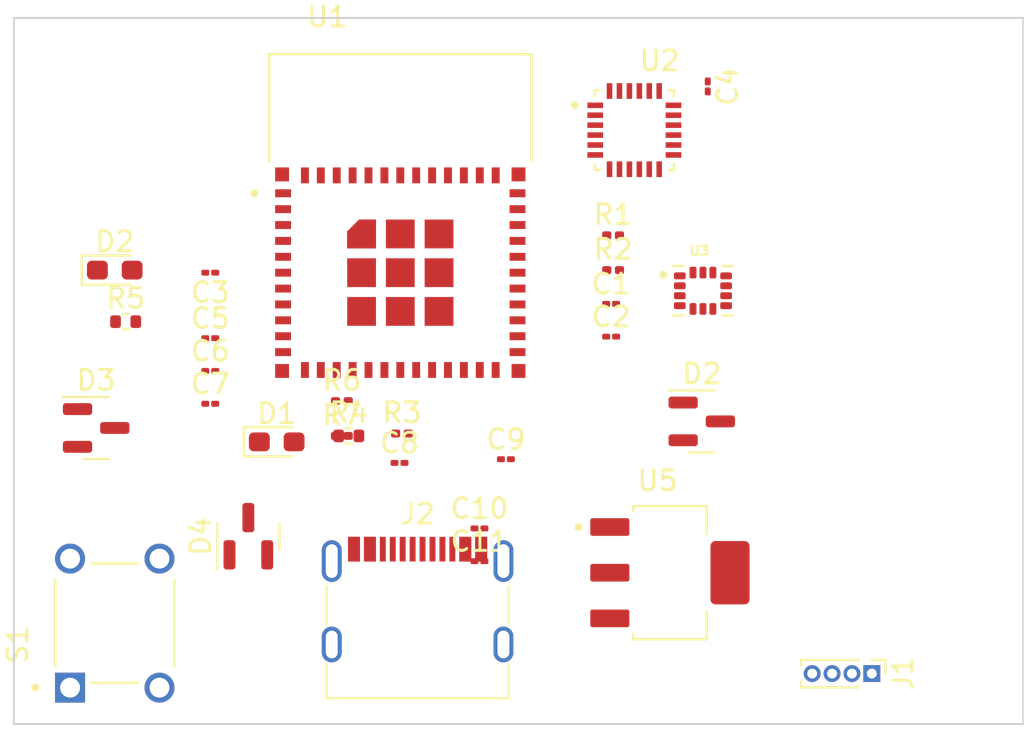
<source format=kicad_pcb>
(kicad_pcb (version 20221018) (generator pcbnew)
  (layers (0 "F.Cu" signal) (31 "B.Cu" signal) (34 "B.Paste" user) (35 "F.Paste" user) (36 "B.SilkS" user "B.Silkscreen") (37 "F.SilkS" user "F.Silkscreen") (38 "B.Mask" user) (39 "F.Mask" user) (44 "Edge.Cuts" user))
  (net 0 "")
  (net 1 "+3.3V")
  (net 2 "GND")
  (net 7 "/RST")
  (net 11 "RX")
  (net 14 "TX")
  (net 15 "SCL")
  (net 21 "Net-(D2-A)")
  (net 23 "SDA")
  (net 24 "Net-(U2-CPOUT)")
  (net 25 "+5V")
  (net 33 "Net-(U2-REGOUT)")
  (net 34 "Net-(D1-A)")
  (net 37 "INIT")
  (net 45 "CS")
  (net 51 "Net-(J2-CC2)")
  (net 52 "Net-(J2-CC1)")
  (net 53 "D+")
  (net 54 "D-")
  (net 57 "LED")
  (footprint "mpu:QFN50P400X400X95-24N" (layer "F.Cu") (at 99.81 56.45)
    (fp_text reference "U2" (at 1.27 -3.4925) (layer "F.SilkS"))
    (fp_text value "MPU-6050")
    (fp_line (start -2 -2) (end -2 -1.705) (stroke (width 0.127)) (layer "F.SilkS"))
    (fp_line (start -2 -2) (end -1.705 -2) (stroke (width 0.127)) (layer "F.SilkS"))
    (fp_line (start -2 2) (end -2 1.705) (stroke (width 0.127)) (layer "F.SilkS"))
    (fp_line (start -2 2) (end -1.705 2) (stroke (width 0.127)) (layer "F.SilkS"))
    (fp_line (start 2 -2) (end 1.705 -2) (stroke (width 0.127)) (layer "F.SilkS"))
    (fp_line (start 2 -2) (end 2 -1.705) (stroke (width 0.127)) (layer "F.SilkS"))
    (fp_line (start 2 2) (end 1.705 2) (stroke (width 0.127)) (layer "F.SilkS"))
    (fp_line (start 2 2) (end 2 1.705) (stroke (width 0.127)) (layer "F.SilkS"))
    (fp_circle (center -3 -1.25) (end -2.9 -1.25) (stroke (width 0.2)) (fill none) (layer "F.SilkS"))
    (pad "1" smd rect (at -1.97 -1.25) (size 0.79 0.28) (layers "F.Cu" "F.Paste" "F.Mask") (net 2 "GND"))
    (pad "2" smd rect (at -1.97 -0.75) (size 0.79 0.28) (layers "F.Cu" "F.Paste" "F.Mask"))
    (pad "3" smd rect (at -1.97 -0.25) (size 0.79 0.28) (layers "F.Cu" "F.Paste" "F.Mask"))
    (pad "4" smd rect (at -1.97 0.25) (size 0.79 0.28) (layers "F.Cu" "F.Paste" "F.Mask"))
    (pad "5" smd rect (at -1.97 0.75) (size 0.79 0.28) (layers "F.Cu" "F.Paste" "F.Mask"))
    (pad "6" smd rect (at -1.97 1.25) (size 0.79 0.28) (layers "F.Cu" "F.Paste" "F.Mask"))
    (pad "7" smd rect (at -1.25 1.97) (size 0.28 0.79) (layers "F.Cu" "F.Paste" "F.Mask"))
    (pad "8" smd rect (at -0.75 1.97) (size 0.28 0.79) (layers "F.Cu" "F.Paste" "F.Mask") (net 1 "+3.3V"))
    (pad "9" smd rect (at -0.25 1.97) (size 0.28 0.79) (layers "F.Cu" "F.Paste" "F.Mask") (net 2 "GND"))
    (pad "10" smd rect (at 0.25 1.97) (size 0.28 0.79) (layers "F.Cu" "F.Paste" "F.Mask") (net 33 "Net-(U2-REGOUT)"))
    (pad "11" smd rect (at 0.75 1.97) (size 0.28 0.79) (layers "F.Cu" "F.Paste" "F.Mask") (net 2 "GND"))
    (pad "12" smd rect (at 1.25 1.97) (size 0.28 0.79) (layers "F.Cu" "F.Paste" "F.Mask") (net 37 "INIT"))
    (pad "13" smd rect (at 1.97 1.25) (size 0.79 0.28) (layers "F.Cu" "F.Paste" "F.Mask") (net 1 "+3.3V"))
    (pad "14" smd rect (at 1.97 0.75) (size 0.79 0.28) (layers "F.Cu" "F.Paste" "F.Mask"))
    (pad "15" smd rect (at 1.97 0.25) (size 0.79 0.28) (layers "F.Cu" "F.Paste" "F.Mask"))
    (pad "16" smd rect (at 1.97 -0.25) (size 0.79 0.28) (layers "F.Cu" "F.Paste" "F.Mask"))
    (pad "17" smd rect (at 1.97 -0.75) (size 0.79 0.28) (layers "F.Cu" "F.Paste" "F.Mask"))
    (pad "18" smd rect (at 1.97 -1.25) (size 0.79 0.28) (layers "F.Cu" "F.Paste" "F.Mask") (net 2 "GND"))
    (pad "19" smd rect (at 1.25 -1.97) (size 0.28 0.79) (layers "F.Cu" "F.Paste" "F.Mask"))
    (pad "20" smd rect (at 0.75 -1.97) (size 0.28 0.79) (layers "F.Cu" "F.Paste" "F.Mask") (net 24 "Net-(U2-CPOUT)"))
    (pad "21" smd rect (at 0.25 -1.97) (size 0.28 0.79) (layers "F.Cu" "F.Paste" "F.Mask"))
    (pad "22" smd rect (at -0.25 -1.97) (size 0.28 0.79) (layers "F.Cu" "F.Paste" "F.Mask"))
    (pad "23" smd rect (at -0.75 -1.97) (size 0.28 0.79) (layers "F.Cu" "F.Paste" "F.Mask") (net 15 "SCL"))
    (pad "24" smd rect (at -1.25 -1.97) (size 0.28 0.79) (layers "F.Cu" "F.Paste" "F.Mask") (net 23 "SDA"))
  )
  (footprint "Resistor_SMD:R_0402_1005Metric" (layer "F.Cu") (at 74.207416 66.097157)
    (fp_text reference "R5" (at 0 -1.17) (layer "F.SilkS"))
    (fp_text value "10k")
    (fp_line (start -0.153641 -0.38) (end 0.153641 -0.38) (stroke (width 0.12)) (layer "F.SilkS"))
    (fp_line (start -0.153641 0.38) (end 0.153641 0.38) (stroke (width 0.12)) (layer "F.SilkS"))
    (pad "1" smd roundrect (at -0.51 0) (size 0.54 0.64) (layers "F.Cu" "F.Paste" "F.Mask") (net 57 "LED"))
    (pad "2" smd roundrect (at 0.51 0) (size 0.54 0.64) (layers "F.Cu" "F.Paste" "F.Mask") (net 21 "Net-(D2-A)"))
  )
  (footprint "ICM:PQFN50P300X250X97-14N" (layer "F.Cu") (at 103.261423 64.540224)
    (fp_text reference "U3" (at -0.176 -2.0048) (layer "F.SilkS") (effects (font (size 0.48 0.48) (thickness 0.12))))
    (fp_text value "ICM-42688-P")
    (fp_line (start -1.5 -1.25) (end -0.99 -1.25) (stroke (width 0.127)) (layer "F.SilkS"))
    (fp_line (start -1.5 1.25) (end -0.99 1.25) (stroke (width 0.127)) (layer "F.SilkS"))
    (fp_line (start 0.99 -1.25) (end 1.5 -1.25) (stroke (width 0.127)) (layer "F.SilkS"))
    (fp_line (start 1.5 1.25) (end 0.99 1.25) (stroke (width 0.127)) (layer "F.SilkS"))
    (fp_circle (center -2 -0.8) (end -1.9 -0.8) (stroke (width 0.2)) (fill none) (layer "F.SilkS"))
    (pad "1" smd roundrect (at -1.165 -0.75) (size 0.59 0.35) (layers "F.Cu" "F.Paste"))
    (pad "2" smd roundrect (at -1.165 -0.25) (size 0.59 0.35) (layers "F.Cu" "F.Paste"))
    (pad "3" smd roundrect (at -1.165 0.25) (size 0.59 0.35) (layers "F.Cu" "F.Paste"))
    (pad "4" smd roundrect (at -1.165 0.75) (size 0.59 0.35) (layers "F.Cu" "F.Paste"))
    (pad "5" smd roundrect (at -0.5 0.915 90) (size 0.59 0.35) (layers "F.Cu" "F.Paste") (net 1 "+3.3V"))
    (pad "6" smd roundrect (at 0 0.915 90) (size 0.59 0.35) (layers "F.Cu" "F.Paste") (net 2 "GND"))
    (pad "7" smd roundrect (at 0.5 0.915 90) (size 0.59 0.35) (layers "F.Cu" "F.Paste") (net 2 "GND"))
    (pad "8" smd roundrect (at 1.165 0.75 180) (size 0.59 0.35) (layers "F.Cu" "F.Paste") (net 1 "+3.3V"))
    (pad "9" smd roundrect (at 1.165 0.25 180) (size 0.59 0.35) (layers "F.Cu" "F.Paste") (net 2 "GND"))
    (pad "10" smd roundrect (at 1.165 -0.25 180) (size 0.59 0.35) (layers "F.Cu" "F.Paste"))
    (pad "11" smd roundrect (at 1.165 -0.75 180) (size 0.59 0.35) (layers "F.Cu" "F.Paste") (net 2 "GND"))
    (pad "12" smd roundrect (at 0.5 -0.915 270) (size 0.59 0.35) (layers "F.Cu" "F.Paste") (net 45 "CS"))
    (pad "13" smd roundrect (at 0 -0.915 270) (size 0.59 0.35) (layers "F.Cu" "F.Paste") (net 15 "SCL"))
    (pad "14" smd roundrect (at -0.5 -0.915 270) (size 0.59 0.35) (layers "F.Cu" "F.Paste") (net 23 "SDA"))
  )
  (footprint "LED_SMD:LED_0603_1608Metric_Pad1.05x0.95mm_HandSolder" (layer "F.Cu") (at 73.66 63.5)
    (fp_text reference "D2" (at 0 -1.43) (layer "F.SilkS"))
    (fp_text value "Status Led")
    (fp_line (start -1.66 -0.735) (end -1.66 0.735) (stroke (width 0.12)) (layer "F.SilkS"))
    (fp_line (start -1.66 0.735) (end 0.8 0.735) (stroke (width 0.12)) (layer "F.SilkS"))
    (fp_line (start 0.8 -0.735) (end -1.66 -0.735) (stroke (width 0.12)) (layer "F.SilkS"))
    (pad "1" smd roundrect (at -0.875 0) (size 1.05 0.95) (layers "F.Cu" "F.Paste" "F.Mask") (net 2 "GND"))
    (pad "2" smd roundrect (at 0.875 0) (size 1.05 0.95) (layers "F.Cu" "F.Paste" "F.Mask") (net 21 "Net-(D2-A)"))
  )
  (footprint "Resistor_SMD:R_0201_0603Metric" (layer "F.Cu") (at 85.09 71.85)
    (fp_text reference "R7" (at 0 -1.05) (layer "F.SilkS"))
    (fp_text value "4.7k")
    (pad "1" smd roundrect (at -0.32 0) (size 0.46 0.4) (layers "F.Cu" "F.Mask") (net 2 "GND"))
    (pad "2" smd roundrect (at 0.32 0) (size 0.46 0.4) (layers "F.Cu" "F.Mask") (net 52 "Net-(J2-CC1)"))
  )
  (footprint "Capacitor_SMD:C_01005_0402Metric" (layer "F.Cu") (at 98.64 66.85)
    (fp_text reference "C2" (at 0 -1) (layer "F.SilkS"))
    (fp_text value "0.1uF")
    (pad "1" smd roundrect (at -0.25 0) (size 0.4 0.3) (layers "F.Cu" "F.Mask") (net 1 "+3.3V"))
    (pad "2" smd roundrect (at 0.25 0) (size 0.4 0.3) (layers "F.Cu" "F.Mask") (net 2 "GND"))
  )
  (footprint "Capacitor_SMD:C_01005_0402Metric" (layer "F.Cu") (at 103.505 54.25 -90)
    (fp_text reference "C4" (at 0 -1 -270) (layer "F.SilkS"))
    (fp_text value "2.2nF")
    (pad "1" smd roundrect (at -0.25 0 270) (size 0.4 0.3) (layers "F.Cu" "F.Mask") (net 24 "Net-(U2-CPOUT)"))
    (pad "2" smd roundrect (at 0.25 0 270) (size 0.4 0.3) (layers "F.Cu" "F.Mask") (net 2 "GND"))
  )
  (footprint "Package_TO_SOT_SMD:SOT-23" (layer "F.Cu") (at 80.38283 76.902857 90)
    (fp_text reference "D4" (at 0 -2.4 90) (layer "F.SilkS"))
    (fp_text value "SP0502BAHT")
    (fp_line (start 0 -1.56) (end -1.675 -1.56) (stroke (width 0.12)) (layer "F.SilkS"))
    (fp_line (start 0 -1.56) (end 0.65 -1.56) (stroke (width 0.12)) (layer "F.SilkS"))
    (fp_line (start 0 1.56) (end -0.65 1.56) (stroke (width 0.12)) (layer "F.SilkS"))
    (fp_line (start 0 1.56) (end 0.65 1.56) (stroke (width 0.12)) (layer "F.SilkS"))
    (pad "1" smd roundrect (at -0.9375 -0.95 90) (size 1.475 0.6) (layers "F.Cu" "F.Paste" "F.Mask") (net 53 "D+"))
    (pad "2" smd roundrect (at -0.9375 0.95 90) (size 1.475 0.6) (layers "F.Cu" "F.Paste" "F.Mask") (net 54 "D-"))
    (pad "3" smd roundrect (at 0.9375 0 90) (size 1.475 0.6) (layers "F.Cu" "F.Paste" "F.Mask") (net 2 "GND"))
  )
  (footprint "Connector_USB:USB_C_Receptacle_G-Switch_GT-USB-7010ASV" (layer "F.Cu") (at 88.9 81.28)
    (fp_text reference "J2" (at 0 -5.5) (layer "F.SilkS"))
    (fp_text value "USB_C_Receptacle_USB2.0")
    (fp_line (start -4.58 -1.85) (end -4.58 0.07) (stroke (width 0.12)) (layer "F.SilkS"))
    (fp_line (start -4.58 3.785) (end -4.58 2.08) (stroke (width 0.12)) (layer "F.SilkS"))
    (fp_line (start 4.58 0.07) (end 4.58 -1.85) (stroke (width 0.12)) (layer "F.SilkS"))
    (fp_line (start 4.58 2.08) (end 4.58 3.785) (stroke (width 0.12)) (layer "F.SilkS"))
    (fp_line (start 4.58 3.785) (end -4.58 3.785) (stroke (width 0.12)) (layer "F.SilkS"))
    (pad "" np_thru_hole circle (at -2.89 -2.605) (size 0.65 0.65) (drill 0.65) (layers "*.Cu" "*.Mask"))
    (pad "" np_thru_hole circle (at 2.89 -2.605) (size 0.65 0.65) (drill 0.65) (layers "*.Cu" "*.Mask"))
    (pad "A1" smd rect (at -3.2 -3.725) (size 0.6 1.24) (layers "F.Cu" "F.Paste" "F.Mask") (net 2 "GND"))
    (pad "A4" smd rect (at -2.4 -3.725) (size 0.6 1.24) (layers "F.Cu" "F.Paste" "F.Mask") (net 25 "+5V"))
    (pad "A5" smd rect (at -1.25 -3.725) (size 0.3 1.24) (layers "F.Cu" "F.Paste" "F.Mask") (net 52 "Net-(J2-CC1)"))
    (pad "A6" smd rect (at -0.25 -3.725) (size 0.3 1.24) (layers "F.Cu" "F.Paste" "F.Mask") (net 53 "D+"))
    (pad "A7" smd rect (at 0.25 -3.725) (size 0.3 1.24) (layers "F.Cu" "F.Paste" "F.Mask") (net 54 "D-"))
    (pad "A8" smd rect (at 1.25 -3.725) (size 0.3 1.24) (layers "F.Cu" "F.Paste" "F.Mask"))
    (pad "A9" smd rect (at 2.4 -3.725) (size 0.6 1.24) (layers "F.Cu" "F.Paste" "F.Mask") (net 25 "+5V"))
    (pad "A12" smd rect (at 3.2 -3.725) (size 0.6 1.24) (layers "F.Cu" "F.Paste" "F.Mask") (net 2 "GND"))
    (pad "B1" smd rect (at 3.2 -3.725) (size 0.6 1.24) (layers "F.Cu" "F.Paste" "F.Mask") (net 2 "GND"))
    (pad "B4" smd rect (at 2.4 -3.725) (size 0.6 1.24) (layers "F.Cu" "F.Paste" "F.Mask") (net 25 "+5V"))
    (pad "B5" smd rect (at 1.75 -3.725) (size 0.3 1.24) (layers "F.Cu" "F.Paste" "F.Mask") (net 51 "Net-(J2-CC2)"))
    (pad "B6" smd rect (at 0.75 -3.725) (size 0.3 1.24) (layers "F.Cu" "F.Paste" "F.Mask") (net 53 "D+"))
    (pad "B7" smd rect (at -0.75 -3.725) (size 0.3 1.24) (layers "F.Cu" "F.Paste" "F.Mask") (net 54 "D-"))
    (pad "B8" smd rect (at -1.75 -3.725) (size 0.3 1.24) (layers "F.Cu" "F.Paste" "F.Mask"))
    (pad "B9" smd rect (at -2.4 -3.725) (size 0.6 1.24) (layers "F.Cu" "F.Paste" "F.Mask") (net 25 "+5V"))
    (pad "B12" smd rect (at -3.2 -3.725) (size 0.6 1.24) (layers "F.Cu" "F.Paste" "F.Mask") (net 2 "GND"))
    (pad "S1" thru_hole oval (at -4.32 -3.125) (size 1 2.1) (drill oval 0.6 1.7) (layers "*.Cu" "*.Mask") (net 2 "GND"))
    (pad "S1" thru_hole oval (at -4.32 1.075) (size 1 1.8) (drill oval 0.6 1.4) (layers "*.Cu" "*.Mask") (net 2 "GND"))
    (pad "S1" thru_hole oval (at 4.32 -3.125) (size 1 2.1) (drill oval 0.6 1.7) (layers "*.Cu" "*.Mask") (net 2 "GND"))
    (pad "S1" thru_hole oval (at 4.32 1.075) (size 1 1.8) (drill oval 0.6 1.4) (layers "*.Cu" "*.Mask") (net 2 "GND"))
  )
  (footprint "Capacitor_SMD:C_01005_0402Metric" (layer "F.Cu") (at 98.64 65.2)
    (fp_text reference "C1" (at 0 -1) (layer "F.SilkS"))
    (fp_text value "10uF")
    (pad "1" smd roundrect (at -0.25 0) (size 0.4 0.3) (layers "F.Cu" "F.Mask") (net 1 "+3.3V"))
    (pad "2" smd roundrect (at 0.25 0) (size 0.4 0.3) (layers "F.Cu" "F.Mask") (net 2 "GND"))
  )
  (footprint "Capacitor_SMD:C_01005_0402Metric" (layer "F.Cu") (at 92.0125 78.16)
    (fp_text reference "C11" (at 0 -1) (layer "F.SilkS"))
    (fp_text value "10uF")
    (pad "1" smd roundrect (at -0.25 0) (size 0.4 0.3) (layers "F.Cu" "F.Mask") (net 1 "+3.3V"))
    (pad "2" smd roundrect (at 0.25 0) (size 0.4 0.3) (layers "F.Cu" "F.Mask") (net 2 "GND"))
  )
  (footprint "Capacitor_SMD:C_01005_0402Metric" (layer "F.Cu") (at 87.99 73.21)
    (fp_text reference "C8" (at 0 -1) (layer "F.SilkS"))
    (fp_text value "0.1uF")
    (pad "1" smd roundrect (at -0.25 0) (size 0.4 0.3) (layers "F.Cu" "F.Mask") (net 1 "+3.3V"))
    (pad "2" smd roundrect (at 0.25 0) (size 0.4 0.3) (layers "F.Cu" "F.Mask") (net 2 "GND"))
  )
  (footprint "Resistor_SMD:R_0201_0603Metric" (layer "F.Cu") (at 88.115 71.73)
    (fp_text reference "R3" (at 0 -1.05) (layer "F.SilkS"))
    (fp_text value "10k")
    (pad "1" smd roundrect (at -0.32 0) (size 0.46 0.4) (layers "F.Cu" "F.Mask") (net 1 "+3.3V"))
    (pad "2" smd roundrect (at 0.32 0) (size 0.46 0.4) (layers "F.Cu" "F.Mask") (net 7 "/RST"))
  )
  (footprint "button:SW_TS02-66-95-BK-260-LCR-D" (layer "F.Cu") (at 73.66 81.28 90)
    (fp_text reference "S1" (at -1.079 -4.889 90) (layer "F.SilkS"))
    (fp_text value "TS02-66-95-BK-260-LCR-D")
    (fp_line (start -3 -1.176) (end -3 1.176) (stroke (width 0.127)) (layer "F.SilkS"))
    (fp_line (start -2.176 -3) (end 2.176 -3) (stroke (width 0.127)) (layer "F.SilkS"))
    (fp_line (start -2.176 3) (end 2.176 3) (stroke (width 0.127)) (layer "F.SilkS"))
    (fp_line (start 3 -1.176) (end 3 1.176) (stroke (width 0.127)) (layer "F.SilkS"))
    (fp_circle (center -3.25 -4.004) (end -3.15 -4.004) (stroke (width 0.2)) (fill none) (layer "F.SilkS"))
    (pad "1" thru_hole rect (at -3.25 -2.25 90) (size 1.508 1.508) (drill 1) (layers "*.Cu" "*.Mask") (net 7 "/RST"))
    (pad "2" thru_hole circle (at 3.25 -2.25 90) (size 1.508 1.508) (drill 1) (layers "*.Cu" "*.Mask") (net 7 "/RST"))
    (pad "3" thru_hole circle (at -3.25 2.25 90) (size 1.508 1.508) (drill 1) (layers "*.Cu" "*.Mask") (net 2 "GND"))
    (pad "4" thru_hole circle (at 3.25 2.25 90) (size 1.508 1.508) (drill 1) (layers "*.Cu" "*.Mask") (net 2 "GND"))
  )
  (footprint "Resistor_SMD:R_0201_0603Metric" (layer "F.Cu") (at 85.09 70.1)
    (fp_text reference "R6" (at 0 -1.05) (layer "F.SilkS"))
    (fp_text value "4.7k")
    (pad "1" smd roundrect (at -0.32 0) (size 0.46 0.4) (layers "F.Cu" "F.Mask") (net 2 "GND"))
    (pad "2" smd roundrect (at 0.32 0) (size 0.46 0.4) (layers "F.Cu" "F.Mask") (net 51 "Net-(J2-CC2)"))
  )
  (footprint "Resistor_SMD:R_0402_1005Metric" (layer "F.Cu") (at 85.435 71.85)
    (fp_text reference "R4" (at 0 -1.17) (layer "F.SilkS"))
    (fp_text value "10k")
    (fp_line (start -0.153641 -0.38) (end 0.153641 -0.38) (stroke (width 0.12)) (layer "F.SilkS"))
    (fp_line (start -0.153641 0.38) (end 0.153641 0.38) (stroke (width 0.12)) (layer "F.SilkS"))
    (pad "1" smd roundrect (at -0.51 0) (size 0.54 0.64) (layers "F.Cu" "F.Paste" "F.Mask") (net 1 "+3.3V"))
    (pad "2" smd roundrect (at 0.51 0) (size 0.54 0.64) (layers "F.Cu" "F.Paste" "F.Mask") (net 34 "Net-(D1-A)"))
  )
  (footprint "esp 32:MODULE_ESP32-PICO-MINI-02" (layer "F.Cu") (at 88.03 63.63)
    (fp_text reference "U1" (at -3.675 -12.885) (layer "F.SilkS"))
    (fp_text value "ESP32-PICO-MINI-02")
    (fp_line (start -6.6 -11) (end 6.6 -11) (stroke (width 0.127)) (layer "F.SilkS"))
    (fp_line (start -6.6 -5.6) (end -6.6 -11) (stroke (width 0.127)) (layer "F.SilkS"))
    (fp_line (start 6.6 -11) (end 6.6 -5.6) (stroke (width 0.127)) (layer "F.SilkS"))
    (fp_circle (center -7.35 -4) (end -7.25 -4) (stroke (width 0.2)) (fill none) (layer "F.SilkS"))
    (pad "1" smd rect (at -5.9 -4) (size 0.8 0.4) (layers "F.Cu" "F.Paste" "F.Mask") (net 2 "GND"))
    (pad "2" smd rect (at -5.9 -3.2) (size 0.8 0.4) (layers "F.Cu" "F.Paste" "F.Mask") (net 2 "GND"))
    (pad "3" smd rect (at -5.9 -2.4) (size 0.8 0.4) (layers "F.Cu" "F.Paste" "F.Mask") (net 1 "+3.3V"))
    (pad "4" smd rect (at -5.9 -1.6) (size 0.8 0.4) (layers "F.Cu" "F.Paste" "F.Mask"))
    (pad "5" smd rect (at -5.9 -0.8) (size 0.8 0.4) (layers "F.Cu" "F.Paste" "F.Mask"))
    (pad "6" smd rect (at -5.9 0) (size 0.8 0.4) (layers "F.Cu" "F.Paste" "F.Mask"))
    (pad "7" smd rect (at -5.9 0.8) (size 0.8 0.4) (layers "F.Cu" "F.Paste" "F.Mask"))
    (pad "8" smd rect (at -5.9 1.6) (size 0.8 0.4) (layers "F.Cu" "F.Paste" "F.Mask") (net 7 "/RST"))
    (pad "9" smd rect (at -5.9 2.4) (size 0.8 0.4) (layers "F.Cu" "F.Paste" "F.Mask"))
    (pad "10" smd rect (at -5.9 3.2) (size 0.8 0.4) (layers "F.Cu" "F.Paste" "F.Mask"))
    (pad "11" smd rect (at -5.9 4) (size 0.8 0.4) (layers "F.Cu" "F.Paste" "F.Mask") (net 2 "GND"))
    (pad "12" smd rect (at -4.8 4.9) (size 0.4 0.8) (layers "F.Cu" "F.Paste" "F.Mask") (net 57 "LED"))
    (pad "13" smd rect (at -4 4.9) (size 0.4 0.8) (layers "F.Cu" "F.Paste" "F.Mask"))
    (pad "14" smd rect (at -3.2 4.9) (size 0.4 0.8) (layers "F.Cu" "F.Paste" "F.Mask") (net 2 "GND"))
    (pad "15" smd rect (at -2.4 4.9) (size 0.4 0.8) (layers "F.Cu" "F.Paste" "F.Mask") (net 15 "SCL"))
    (pad "16" smd rect (at -1.6 4.9) (size 0.4 0.8) (layers "F.Cu" "F.Paste" "F.Mask") (net 37 "INIT"))
    (pad "17" smd rect (at -0.8 4.9) (size 0.4 0.8) (layers "F.Cu" "F.Paste" "F.Mask") (net 45 "CS"))
    (pad "18" smd rect (at 0 4.9) (size 0.4 0.8) (layers "F.Cu" "F.Paste" "F.Mask"))
    (pad "19" smd rect (at 0.8 4.9) (size 0.4 0.8) (layers "F.Cu" "F.Paste" "F.Mask"))
    (pad "20" smd rect (at 1.6 4.9) (size 0.4 0.8) (layers "F.Cu" "F.Paste" "F.Mask"))
    (pad "21" smd rect (at 2.4 4.9) (size 0.4 0.8) (layers "F.Cu" "F.Paste" "F.Mask"))
    (pad "22" smd rect (at 3.2 4.9) (size 0.4 0.8) (layers "F.Cu" "F.Paste" "F.Mask"))
    (pad "23" smd rect (at 4 4.9) (size 0.4 0.8) (layers "F.Cu" "F.Paste" "F.Mask"))
    (pad "24" smd rect (at 4.8 4.9) (size 0.4 0.8) (layers "F.Cu" "F.Paste" "F.Mask"))
    (pad "25" smd rect (at 5.9 4) (size 0.8 0.4) (layers "F.Cu" "F.Paste" "F.Mask"))
    (pad "26" smd rect (at 5.9 3.2) (size 0.8 0.4) (layers "F.Cu" "F.Paste" "F.Mask"))
    (pad "27" smd rect (at 5.9 2.4) (size 0.8 0.4) (layers "F.Cu" "F.Paste" "F.Mask"))
    (pad "28" smd rect (at 5.9 1.6) (size 0.8 0.4) (layers "F.Cu" "F.Paste" "F.Mask"))
    (pad "29" smd rect (at 5.9 0.8) (size 0.8 0.4) (layers "F.Cu" "F.Paste" "F.Mask"))
    (pad "30" smd rect (at 5.9 0) (size 0.8 0.4) (layers "F.Cu" "F.Paste" "F.Mask") (net 11 "RX"))
    (pad "31" smd rect (at 5.9 -0.8) (size 0.8 0.4) (layers "F.Cu" "F.Paste" "F.Mask") (net 14 "TX"))
    (pad "32" smd rect (at 5.9 -1.6) (size 0.8 0.4) (layers "F.Cu" "F.Paste" "F.Mask"))
    (pad "33" smd rect (at 5.9 -2.4) (size 0.8 0.4) (layers "F.Cu" "F.Paste" "F.Mask"))
    (pad "34" smd rect (at 5.9 -3.2) (size 0.8 0.4) (layers "F.Cu" "F.Paste" "F.Mask") (net 23 "SDA"))
    (pad "35" smd rect (at 5.9 -4) (size 0.8 0.4) (layers "F.Cu" "F.Paste" "F.Mask"))
    (pad "36" smd rect (at 4.8 -4.9) (size 0.4 0.8) (layers "F.Cu" "F.Paste" "F.Mask") (net 2 "GND"))
    (pad "37" smd rect (at 4 -4.9) (size 0.4 0.8) (layers "F.Cu" "F.Paste" "F.Mask") (net 2 "GND"))
    (pad "38" smd rect (at 3.2 -4.9) (size 0.4 0.8) (layers "F.Cu" "F.Paste" "F.Mask") (net 2 "GND"))
    (pad "39" smd rect (at 2.4 -4.9) (size 0.4 0.8) (layers "F.Cu" "F.Paste" "F.Mask") (net 2 "GND"))
    (pad "40" smd rect (at 1.6 -4.9) (size 0.4 0.8) (layers "F.Cu" "F.Paste" "F.Mask") (net 2 "GND"))
    (pad "41" smd rect (at 0.8 -4.9) (size 0.4 0.8) (layers "F.Cu" "F.Paste" "F.Mask") (net 2 "GND"))
    (pad "42" smd rect (at 0 -4.9) (size 0.4 0.8) (layers "F.Cu" "F.Paste" "F.Mask") (net 2 "GND"))
    (pad "43" smd rect (at -0.8 -4.9) (size 0.4 0.8) (layers "F.Cu" "F.Paste" "F.Mask") (net 2 "GND"))
    (pad "44" smd rect (at -1.6 -4.9) (size 0.4 0.8) (layers "F.Cu" "F.Paste" "F.Mask") (net 2 "GND"))
    (pad "45" smd rect (at -2.4 -4.9) (size 0.4 0.8) (layers "F.Cu" "F.Paste" "F.Mask") (net 2 "GND"))
    (pad "46" smd rect (at -3.2 -4.9) (size 0.4 0.8) (layers "F.Cu" "F.Paste" "F.Mask") (net 2 "GND"))
    (pad "47" smd rect (at -4 -4.9) (size 0.4 0.8) (layers "F.Cu" "F.Paste" "F.Mask") (net 2 "GND"))
    (pad "48" smd rect (at -4.8 -4.9) (size 0.4 0.8) (layers "F.Cu" "F.Paste" "F.Mask") (net 2 "GND"))
    (pad "49" smd rect (at 0 0) (size 1.45 1.45) (layers "F.Cu" "F.Paste" "F.Mask") (net 2 "GND"))
    (pad "50" smd rect (at 5.95 -4.95) (size 0.7 0.7) (layers "F.Cu" "F.Paste" "F.Mask") (net 2 "GND"))
    (pad "51" smd rect (at 5.95 4.95) (size 0.7 0.7) (layers "F.Cu" "F.Paste" "F.Mask") (net 2 "GND"))
    (pad "52" smd rect (at -5.95 4.95) (size 0.7 0.7) (layers "F.Cu" "F.Paste" "F.Mask") (net 2 "GND"))
    (pad "53" smd rect (at -5.95 -4.95) (size 0.7 0.7) (layers "F.Cu" "F.Paste" "F.Mask") (net 2 "GND"))
    (pad "54" smd rect (at -1.95 0) (size 1.45 1.45) (layers "F.Cu" "F.Paste" "F.Mask") (net 2 "GND"))
    (pad "55" smd rect (at -1.95 1.95) (size 1.45 1.45) (layers "F.Cu" "F.Paste" "F.Mask") (net 2 "GND"))
    (pad "56" smd rect (at 0 1.95) (size 1.45 1.45) (layers "F.Cu" "F.Paste" "F.Mask") (net 2 "GND"))
    (pad "57" smd rect (at 1.95 1.95) (size 1.45 1.45) (layers "F.Cu" "F.Paste" "F.Mask") (net 2 "GND"))
    (pad "58" smd rect (at 1.95 0) (size 1.45 1.45) (layers "F.Cu" "F.Paste" "F.Mask") (net 2 "GND"))
    (pad "59" smd rect (at 1.95 -1.95) (size 1.45 1.45) (layers "F.Cu" "F.Paste" "F.Mask") (net 2 "GND"))
    (pad "60" smd rect (at 0 -1.95) (size 1.45 1.45) (layers "F.Cu" "F.Paste" "F.Mask") (net 2 "GND"))
    (pad "61" smd custom (at -1.95 -1.95) (size 0.5 0.5) (layers "F.Cu") (net 2 "GND") (options (clearance outline) (anchor rect)) (primitives (gr_poly (pts (xy 0.725 0.725) (xy 0.725 -0.725) (xy -0.125 -0.725) (xy -0.725 -0.125) (xy -0.725 0.725)) (width 0.01) (fill yes))))
  )
  (footprint "ADP3338:SOT230P700X180-4N" (layer "F.Cu") (at 101.6 78.74)
    (fp_text reference "U5" (at -0.625 -4.635) (layer "F.SilkS"))
    (fp_text value "ADP3338AKCZ-1.8-R7")
    (fp_line (start -1.85 -3.35) (end -1.85 -3.1) (stroke (width 0.127)) (layer "F.SilkS"))
    (fp_line (start -1.85 3.35) (end -1.85 3.1) (stroke (width 0.127)) (layer "F.SilkS"))
    (fp_line (start 1.85 -3.35) (end -1.85 -3.35) (stroke (width 0.127)) (layer "F.SilkS"))
    (fp_line (start 1.85 -1.95) (end 1.85 -3.35) (stroke (width 0.127)) (layer "F.SilkS"))
    (fp_line (start 1.85 1.95) (end 1.85 3.35) (stroke (width 0.127)) (layer "F.SilkS"))
    (fp_line (start 1.85 3.35) (end -1.85 3.35) (stroke (width 0.127)) (layer "F.SilkS"))
    (fp_circle (center -4.6 -2.3) (end -4.5 -2.3) (stroke (width 0.2)) (fill none) (layer "F.SilkS"))
    (pad "1" smd roundrect (at -3.025 -2.3) (size 1.97 0.89) (layers "F.Cu" "F.Paste" "F.Mask") (roundrect_rratio 0.125) (net 2 "GND"))
    (pad "2" smd roundrect (at -3.025 0) (size 1.97 0.89) (layers "F.Cu" "F.Paste" "F.Mask") (roundrect_rratio 0.125) (net 1 "+3.3V"))
    (pad "3" smd roundrect (at -3.025 2.3) (size 1.97 0.89) (layers "F.Cu" "F.Paste" "F.Mask") (roundrect_rratio 0.125) (net 25 "+5V"))
    (pad "4" smd roundrect (at 3.025 0) (size 1.97 3.19) (layers "F.Cu" "F.Paste" "F.Mask") (roundrect_rratio 0.125) (net 1 "+3.3V"))
  )
  (footprint "Connector_PinHeader_1.00mm:PinHeader_1x04_P1.00mm_Vertical" (layer "F.Cu") (at 111.76 83.82 -90)
    (fp_text reference "J1" (at 0 -1.56 90) (layer "F.SilkS"))
    (fp_text value "Conn_01x04_Pin")
    (fp_line (start -0.695 -0.685) (end 0 -0.685) (stroke (width 0.12)) (layer "F.SilkS"))
    (fp_line (start -0.695 0) (end -0.695 -0.685) (stroke (width 0.12)) (layer "F.SilkS"))
    (fp_line (start -0.695 0.685) (end -0.695 3.56) (stroke (width 0.12)) (layer "F.SilkS"))
    (fp_line (start -0.695 0.685) (end -0.608276 0.685) (stroke (width 0.12)) (layer "F.SilkS"))
    (fp_line (start -0.695 3.56) (end -0.394493 3.56) (stroke (width 0.12)) (layer "F.SilkS"))
    (fp_line (start 0.394493 3.56) (end 0.695 3.56) (stroke (width 0.12)) (layer "F.SilkS"))
    (fp_line (start 0.608276 0.685) (end 0.695 0.685) (stroke (width 0.12)) (layer "F.SilkS"))
    (fp_line (start 0.695 0.685) (end 0.695 3.56) (stroke (width 0.12)) (layer "F.SilkS"))
    (pad "1" thru_hole rect (at 0 0 270) (size 0.85 0.85) (drill 0.5) (layers "*.Cu" "*.Mask") (net 1 "+3.3V"))
    (pad "2" thru_hole oval (at 0 1 270) (size 0.85 0.85) (drill 0.5) (layers "*.Cu" "*.Mask") (net 11 "RX"))
    (pad "3" thru_hole oval (at 0 2 270) (size 0.85 0.85) (drill 0.5) (layers "*.Cu" "*.Mask") (net 14 "TX"))
    (pad "4" thru_hole oval (at 0 3 270) (size 0.85 0.85) (drill 0.5) (layers "*.Cu" "*.Mask") (net 2 "GND"))
  )
  (footprint "Capacitor_SMD:C_01005_0402Metric" (layer "F.Cu") (at 78.465 63.63 180)
    (fp_text reference "C3" (at 0 -1) (layer "F.SilkS"))
    (fp_text value "0.1uF")
    (pad "1" smd roundrect (at -0.25 0 180) (size 0.4 0.3) (layers "F.Cu" "F.Mask") (net 7 "/RST"))
    (pad "2" smd roundrect (at 0.25 0 180) (size 0.4 0.3) (layers "F.Cu" "F.Mask") (net 2 "GND"))
  )
  (footprint "Capacitor_SMD:C_01005_0402Metric" (layer "F.Cu") (at 78.465 70.23)
    (fp_text reference "C7" (at 0 -1) (layer "F.SilkS"))
    (fp_text value "10nF")
    (pad "1" smd roundrect (at -0.25 0) (size 0.4 0.3) (layers "F.Cu" "F.Mask") (net 2 "GND"))
    (pad "2" smd roundrect (at 0.25 0) (size 0.4 0.3) (layers "F.Cu" "F.Mask") (net 1 "+3.3V"))
  )
  (footprint "Capacitor_SMD:C_01005_0402Metric" (layer "F.Cu") (at 93.345 73.025)
    (fp_text reference "C9" (at 0 -1) (layer "F.SilkS"))
    (fp_text value "0.1uF")
    (pad "1" smd roundrect (at -0.25 0) (size 0.4 0.3) (layers "F.Cu" "F.Mask") (net 1 "+3.3V"))
    (pad "2" smd roundrect (at 0.25 0) (size 0.4 0.3) (layers "F.Cu" "F.Mask") (net 2 "GND"))
  )
  (footprint "Capacitor_SMD:C_01005_0402Metric" (layer "F.Cu") (at 78.465 68.58)
    (fp_text reference "C6" (at 0 -1) (layer "F.SilkS"))
    (fp_text value "0.1uF")
    (pad "1" smd roundrect (at -0.25 0) (size 0.4 0.3) (layers "F.Cu" "F.Mask") (net 1 "+3.3V"))
    (pad "2" smd roundrect (at 0.25 0) (size 0.4 0.3) (layers "F.Cu" "F.Mask") (net 2 "GND"))
  )
  (footprint "LED_SMD:LED_0603_1608Metric_Pad1.05x0.95mm_HandSolder" (layer "F.Cu") (at 81.81 72.15)
    (fp_text reference "D1" (at 0 -1.43) (layer "F.SilkS"))
    (fp_text value "Red Led")
    (fp_line (start -1.66 -0.735) (end -1.66 0.735) (stroke (width 0.12)) (layer "F.SilkS"))
    (fp_line (start -1.66 0.735) (end 0.8 0.735) (stroke (width 0.12)) (layer "F.SilkS"))
    (fp_line (start 0.8 -0.735) (end -1.66 -0.735) (stroke (width 0.12)) (layer "F.SilkS"))
    (pad "1" smd roundrect (at -0.875 0) (size 1.05 0.95) (layers "F.Cu" "F.Paste" "F.Mask") (net 2 "GND"))
    (pad "2" smd roundrect (at 0.875 0) (size 1.05 0.95) (layers "F.Cu" "F.Paste" "F.Mask") (net 34 "Net-(D1-A)"))
  )
  (footprint "Resistor_SMD:R_0201_0603Metric" (layer "F.Cu") (at 98.74 63.5)
    (fp_text reference "R2" (at 0 -1.05) (layer "F.SilkS"))
    (fp_text value "4.7k")
    (pad "1" smd roundrect (at -0.32 0) (size 0.46 0.4) (layers "F.Cu" "F.Mask") (net 1 "+3.3V"))
    (pad "2" smd roundrect (at 0.32 0) (size 0.46 0.4) (layers "F.Cu" "F.Mask") (net 23 "SDA"))
  )
  (footprint "Capacitor_SMD:C_01005_0402Metric" (layer "F.Cu") (at 78.465 66.93)
    (fp_text reference "C5" (at 0 -1) (layer "F.SilkS"))
    (fp_text value "0.1uF")
    (pad "1" smd roundrect (at -0.25 0) (size 0.4 0.3) (layers "F.Cu" "F.Mask") (net 33 "Net-(U2-REGOUT)"))
    (pad "2" smd roundrect (at 0.25 0) (size 0.4 0.3) (layers "F.Cu" "F.Mask") (net 2 "GND"))
  )
  (footprint "Package_TO_SOT_SMD:SOT-23" (layer "F.Cu") (at 72.7225 71.45)
    (fp_text reference "D3" (at 0 -2.4) (layer "F.SilkS"))
    (fp_text value "SP0502BAHT")
    (fp_line (start 0 -1.56) (end -1.675 -1.56) (stroke (width 0.12)) (layer "F.SilkS"))
    (fp_line (start 0 -1.56) (end 0.65 -1.56) (stroke (width 0.12)) (layer "F.SilkS"))
    (fp_line (start 0 1.56) (end -0.65 1.56) (stroke (width 0.12)) (layer "F.SilkS"))
    (fp_line (start 0 1.56) (end 0.65 1.56) (stroke (width 0.12)) (layer "F.SilkS"))
    (pad "1" smd roundrect (at -0.9375 -0.95) (size 1.475 0.6) (layers "F.Cu" "F.Paste" "F.Mask") (net 51 "Net-(J2-CC2)"))
    (pad "2" smd roundrect (at -0.9375 0.95) (size 1.475 0.6) (layers "F.Cu" "F.Paste" "F.Mask") (net 52 "Net-(J2-CC1)"))
    (pad "3" smd roundrect (at 0.9375 0) (size 1.475 0.6) (layers "F.Cu" "F.Paste" "F.Mask") (net 2 "GND"))
  )
  (footprint "Capacitor_SMD:C_01005_0402Metric" (layer "F.Cu") (at 92.0125 76.51)
    (fp_text reference "C10" (at 0 -1) (layer "F.SilkS"))
    (fp_text value "10uF")
    (pad "1" smd roundrect (at -0.25 0) (size 0.4 0.3) (layers "F.Cu" "F.Mask") (net 25 "+5V"))
    (pad "2" smd roundrect (at 0.25 0) (size 0.4 0.3) (layers "F.Cu" "F.Mask") (net 2 "GND"))
  )
  (footprint "Package_TO_SOT_SMD:SOT-23" (layer "F.Cu") (at 103.2025 71.12)
    (fp_text reference "D2" (at 0 -2.4) (layer "F.SilkS"))
    (fp_text value "SP0502BAHT")
    (fp_line (start 0 -1.56) (end -1.675 -1.56) (stroke (width 0.12)) (layer "F.SilkS"))
    (fp_line (start 0 -1.56) (end 0.65 -1.56) (stroke (width 0.12)) (layer "F.SilkS"))
    (fp_line (start 0 1.56) (end -0.65 1.56) (stroke (width 0.12)) (layer "F.SilkS"))
    (fp_line (start 0 1.56) (end 0.65 1.56) (stroke (width 0.12)) (layer "F.SilkS"))
    (pad "1" smd roundrect (at -0.9375 -0.95) (size 1.475 0.6) (layers "F.Cu" "F.Paste" "F.Mask"))
    (pad "2" smd roundrect (at -0.9375 0.95) (size 1.475 0.6) (layers "F.Cu" "F.Paste" "F.Mask"))
    (pad "3" smd roundrect (at 0.9375 0) (size 1.475 0.6) (layers "F.Cu" "F.Paste" "F.Mask"))
  )
  (footprint "Resistor_SMD:R_0201_0603Metric" (layer "F.Cu") (at 98.74 61.75)
    (fp_text reference "R1" (at 0 -1.05) (layer "F.SilkS"))
    (fp_text value "4.7k")
    (pad "1" smd roundrect (at -0.32 0) (size 0.46 0.4) (layers "F.Cu" "F.Mask") (net 1 "+3.3V"))
    (pad "2" smd roundrect (at 0.32 0) (size 0.46 0.4) (layers "F.Cu" "F.Mask") (net 15 "SCL"))
  )
  (gr_rect (start 68.58 50.8) (end 119.38 86.36) (stroke (width 0.1)) (fill none) (layer "Edge.Cuts"))
)
</source>
